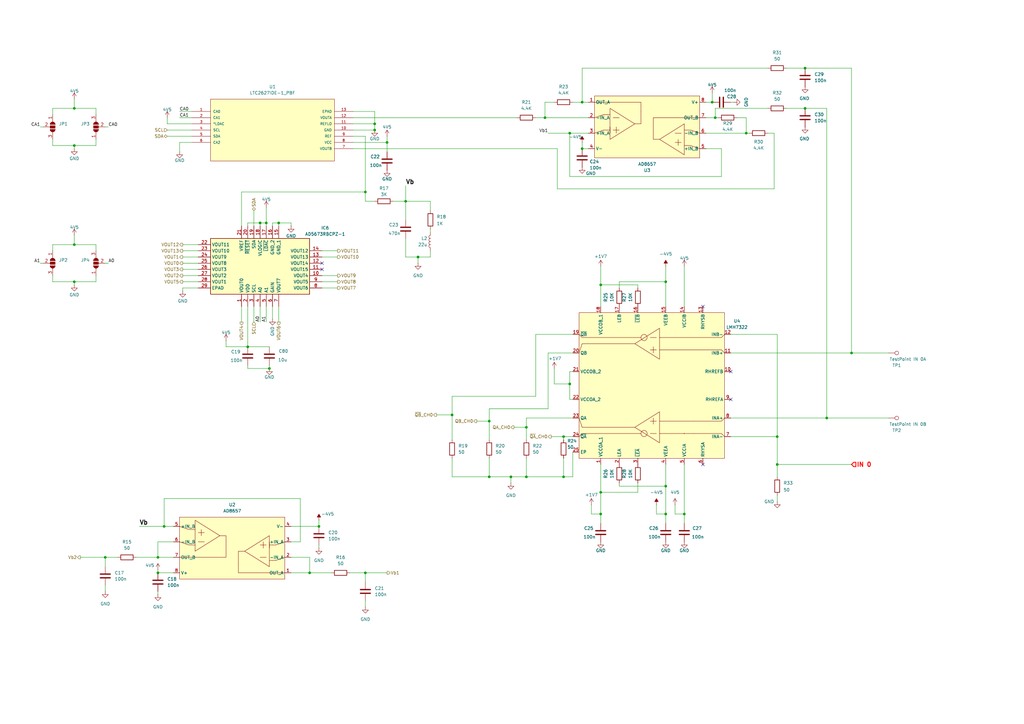
<source format=kicad_sch>
(kicad_sch (version 20231120) (generator "eeschema") (generator_version "8.0")
  (paper "A3")
  (lib_symbols
    (symbol "Connector:TestPoint" (pin_numbers hide) (pin_names (offset 0.762) hide)
      (property "Reference" "TP" (at 0 6.858 0))
      (property "Value" "TestPoint" (at 0 5.08 0))
      (symbol "TestPoint_1_1"
        (pin passive line (at 0 0 90) (length 2.54) (name "1") (number "1"))
      )
    )
    (symbol "Device:C" (pin_numbers hide) (pin_names (offset 0.254))
      (property "Reference" "C" (at 0.635 2.54 0))
      (property "Value" "C" (at 0.635 -2.54 0))
      (symbol "C_1_1"
        (pin passive line (at 0 3.81 270) (length 2.794) (name "~") (number "1"))
        (pin passive line (at 0 -3.81 90) (length 2.794) (name "~") (number "2"))
      )
    )
    (symbol "Device:L" (pin_numbers hide) (pin_names (offset 1.016) hide)
      (property "Reference" "L" (at -1.27 0 90))
      (property "Value" "L" (at 1.905 0 90))
      (symbol "L_1_1"
        (pin passive line (at 0 3.81 270) (length 1.27) (name "1") (number "1"))
        (pin passive line (at 0 -3.81 90) (length 1.27) (name "2") (number "2"))
      )
    )
    (symbol "Device:R" (pin_numbers hide) (pin_names (offset 0))
      (property "Reference" "R" (at 2.032 0 90))
      (property "Value" "R" (at 0 0 90))
      (symbol "R_1_1"
        (pin passive line (at 0 3.81 270) (length 1.27) (name "~") (number "1"))
        (pin passive line (at 0 -3.81 90) (length 1.27) (name "~") (number "2"))
      )
    )
    (symbol "Jumper:SolderJumper_3_Open" (pin_names (offset 0) hide) (exclude_from_sim yes) (in_bom no)
      (property "Reference" "JP" (at -2.54 -2.54 0))
      (property "Value" "SolderJumper_3_Open" (at 0 2.794 0))
      (symbol "SolderJumper_3_Open_1_1"
        (pin passive line (at -5.08 0 0) (length 2.54) (name "A") (number "1"))
        (pin passive line (at 0 -3.81 90) (length 2.54) (name "C") (number "2"))
        (pin passive line (at 5.08 0 180) (length 2.54) (name "B") (number "3"))
      )
    )
    (symbol "LTC2627IDE-1_PBF:LTC2627IDE-1_PBF" (pin_names (offset 1.016))
      (property "Reference" "U" (at 28.2956 9.1186 0))
      (property "Value" "LTC2627IDE-1_PBF" (at 27.6606 6.5786 0))
      (symbol "LTC2627IDE-1_PBF_0_0"
        (pin passive line (at 0 0 0) (length 7.62) (name "CA0") (number "1"))
        (pin power_in line (at 66.04 -7.62 180) (length 7.62) (name "GND") (number "10"))
        (pin passive line (at 66.04 -5.08 180) (length 7.62) (name "REFLO") (number "11"))
        (pin output line (at 66.04 -2.54 180) (length 7.62) (name "VOUTA") (number "12"))
        (pin passive line (at 66.04 0 180) (length 7.62) (name "EPAD") (number "13"))
        (pin passive line (at 0 -2.54 0) (length 7.62) (name "CA1") (number "2"))
        (pin input line (at 0 -5.08 0) (length 7.62) (name "*LDAC") (number "3"))
        (pin input line (at 0 -7.62 0) (length 7.62) (name "SCL") (number "4"))
        (pin bidirectional line (at 0 -10.16 0) (length 7.62) (name "SDA") (number "5"))
        (pin passive line (at 0 -12.7 0) (length 7.62) (name "CA2") (number "6"))
        (pin output line (at 66.04 -15.24 180) (length 7.62) (name "VOUTB") (number "7"))
        (pin power_in line (at 66.04 -12.7 180) (length 7.62) (name "VCC") (number "8"))
        (pin input line (at 66.04 -10.16 180) (length 7.62) (name "REF") (number "9"))
      )
    )
    (symbol "SamacSys_Parts:AD5673RBCPZ-1"
      (property "Reference" "IC" (at 29.21 17.78 0))
      (property "Value" "AD5673RBCPZ-1" (at 29.21 15.24 0))
      (symbol "AD5673RBCPZ-1_1_1"
        (pin output line (at 0 0 0) (length 5.08) (name "VOUT0") (number "1"))
        (pin output line (at 12.7 -33.02 90) (length 5.08) (name "VOUT4") (number "10"))
        (pin output line (at 15.24 -33.02 90) (length 5.08) (name "VOUT15") (number "11"))
        (pin output line (at 17.78 -33.02 90) (length 5.08) (name "VOUT14") (number "12"))
        (pin output line (at 20.32 -33.02 90) (length 5.08) (name "VOUT13") (number "13"))
        (pin passive line (at 22.86 -33.02 90) (length 5.08) (name "VOUT12") (number "14"))
        (pin power_in line (at 33.02 -15.24 180) (length 5.08) (name "GND_1") (number "15"))
        (pin power_in line (at 33.02 -12.7 180) (length 5.08) (name "GND_2") (number "16"))
        (pin input line (at 33.02 -10.16 180) (length 5.08) (name "~{LDAC}") (number "17"))
        (pin power_in line (at 33.02 -7.62 180) (length 5.08) (name "VLOGIC") (number "18"))
        (pin input line (at 33.02 -5.08 180) (length 5.08) (name "SDA") (number "19"))
        (pin power_in line (at 0 -2.54 0) (length 5.08) (name "VDD") (number "2"))
        (pin input line (at 33.02 -2.54 180) (length 5.08) (name "~{RESET}") (number "20"))
        (pin output line (at 33.02 0 180) (length 5.08) (name "VREF") (number "21"))
        (pin output line (at 25.4 17.78 270) (length 5.08) (name "VOUT11") (number "22"))
        (pin output line (at 22.86 17.78 270) (length 5.08) (name "VOUT10") (number "23"))
        (pin output line (at 20.32 17.78 270) (length 5.08) (name "VOUT9") (number "24"))
        (pin output line (at 17.78 17.78 270) (length 5.08) (name "VOUT8") (number "25"))
        (pin output line (at 15.24 17.78 270) (length 5.08) (name "VOUT3") (number "26"))
        (pin output line (at 12.7 17.78 270) (length 5.08) (name "VOUT2") (number "27"))
        (pin output line (at 10.16 17.78 270) (length 5.08) (name "VOUT1") (number "28"))
        (pin passive line (at 7.62 17.78 270) (length 5.08) (name "EPAD") (number "29"))
        (pin input line (at 0 -5.08 0) (length 5.08) (name "SCL") (number "3"))
        (pin input line (at 0 -7.62 0) (length 5.08) (name "A0") (number "4"))
        (pin input line (at 0 -10.16 0) (length 5.08) (name "A1") (number "5"))
        (pin input line (at 0 -12.7 0) (length 5.08) (name "GAIN") (number "6"))
        (pin output line (at 0 -15.24 0) (length 5.08) (name "VOUT7") (number "7"))
        (pin output line (at 7.62 -33.02 90) (length 5.08) (name "VOUT6") (number "8"))
        (pin output line (at 10.16 -33.02 90) (length 5.08) (name "VOUT5") (number "9"))
      )
    )
    (symbol "SolderJumper_3_Open_3" (pin_names (offset 0) hide) (exclude_from_sim yes) (in_bom no)
      (property "Reference" "JP" (at -2.54 -2.54 0))
      (property "Value" "SolderJumper_3_Open" (at 0 2.794 0))
      (symbol "SolderJumper_3_Open_3_1_1"
        (pin passive line (at -5.08 0 0) (length 2.54) (name "A") (number "1"))
        (pin passive line (at 0 -3.81 90) (length 2.54) (name "C") (number "2"))
        (pin passive line (at 5.08 0 180) (length 2.54) (name "B") (number "3"))
      )
    )
    (symbol "power:+1V2" (power) (pin_numbers hide) (pin_names (offset 0) hide)
      (property "Value" "+1V2" (at 0 3.556 0))
      (symbol "+1V2_1_1"
        (pin power_in line (at 0 0 90) (length 0) (name "~") (number "1"))
      )
    )
    (symbol "power:+8V" (power) (pin_numbers hide) (pin_names (offset 0) hide)
      (property "Value" "+8V" (at 0 3.556 0))
      (symbol "+8V_1_1"
        (pin power_in line (at 0 0 90) (length 0) (name "~") (number "1"))
      )
    )
    (symbol "power:-8V" (power) (pin_numbers hide) (pin_names (offset 0) hide)
      (property "Value" "-8V" (at 0 3.556 0))
      (symbol "-8V_0_0"
        (pin power_in line (at 0 0 90) (length 0) (name "~") (number "1"))
      )
    )
    (symbol "power:GND" (power) (pin_numbers hide) (pin_names (offset 0) hide)
      (property "Value" "GND" (at 0 -3.81 0))
      (symbol "GND_1_1"
        (pin power_in line (at 0 0 270) (length 0) (name "~") (number "1"))
      )
    )
    (symbol "prova:AD8657"
      (property "Reference" "U" (at 9.906 3.556 0))
      (property "Value" "AD8657" (at 10.16 5.842 0))
      (symbol "AD8657_1_1"
        (pin output line (at 3.81 30.48 0) (length 2.54) (name "OUT_A") (number "1"))
        (pin input line (at 3.81 24.13 0) (length 2.54) (name "-IN_A") (number "2"))
        (pin input line (at 3.81 17.78 0) (length 2.54) (name "+IN_A") (number "3"))
        (pin input line (at 3.81 11.43 0) (length 2.54) (name "V-") (number "4"))
        (pin input line (at 52.07 11.43 180) (length 2.54) (name "+IN_B") (number "5"))
        (pin input line (at 52.07 17.78 180) (length 2.54) (name "-IN_B") (number "6"))
        (pin input line (at 52.07 24.13 180) (length 2.54) (name "OUT_B") (number "7"))
        (pin input line (at 52.07 30.48 180) (length 2.54) (name "V+") (number "8"))
      )
    )
    (symbol "prova:LMH7322"
      (property "Reference" "U" (at 11.684 8.89 0))
      (property "Value" "LMH7322" (at 20.32 16.51 0))
      (symbol "LMH7322_1_1"
        (pin input line (at -21.59 29.21 0) (length 2.54) (name "VCCOA_1") (number "1"))
        (pin input line (at 16.51 -24.13 90) (length 2.54) (name "RHREFB") (number "10"))
        (pin input line (at 24.13 -24.13 90) (length 2.54) (name "INB+") (number "11"))
        (pin input line (at 31.75 -24.13 90) (length 2.54) (name "INB-") (number "12"))
        (pin input line (at 43.18 -12.7 180) (length 2.54) (name "RHYSB") (number "13"))
        (pin input line (at 43.18 -5.08 180) (length 2.54) (name "VCCIB") (number "14"))
        (pin input line (at 43.18 2.54 180) (length 2.54) (name "VEEB") (number "15"))
        (pin input line (at 43.18 13.97 180) (length 2.54) (name "~{LEB}") (number "16"))
        (pin input line (at 43.18 21.59 180) (length 2.54) (name "LEB") (number "17"))
        (pin input line (at 43.18 29.21 180) (length 2.54) (name "VCCOB_1") (number "18"))
        (pin output line (at 31.75 40.64 270) (length 2.54) (name "~{QB}") (number "19"))
        (pin input line (at -21.59 21.59 0) (length 2.54) (name "LEA") (number "2"))
        (pin output line (at 24.13 40.64 270) (length 2.54) (name "QB") (number "20"))
        (pin input line (at 16.51 40.64 270) (length 2.54) (name "VCCOB_2") (number "21"))
        (pin input line (at 5.08 40.64 270) (length 2.54) (name "VCCOA_2") (number "22"))
        (pin output line (at -2.54 40.64 270) (length 2.54) (name "QA") (number "23"))
        (pin output line (at -10.16 40.64 270) (length 2.54) (name "~{QA}") (number "24"))
        (pin passive line (at -16.51 40.64 270) (length 2.54) (name "EP") (number "25"))
        (pin input line (at -21.59 13.97 0) (length 2.54) (name "~{LEA}") (number "3"))
        (pin input line (at -21.59 2.54 0) (length 2.54) (name "VEEA") (number "4"))
        (pin input line (at -21.59 -5.08 0) (length 2.54) (name "VCCIA") (number "5"))
        (pin input line (at -21.59 -12.7 0) (length 2.54) (name "RHYSA") (number "6"))
        (pin input line (at -10.16 -24.13 90) (length 2.54) (name "INA-") (number "7"))
        (pin input line (at -2.54 -24.13 90) (length 2.54) (name "INA+") (number "8"))
        (pin input line (at 5.08 -24.13 90) (length 2.54) (name "RHREFA") (number "9"))
      )
    )
  )
  (junction (at 67.31 215.9))
  (junction (at 215.9 175.26))
  (junction (at 30.48 44.45))
  (junction (at 349.25 144.78))
  (junction (at 110.49 151.13))
  (junction (at 330.2 27.94))
  (junction (at 233.68 54.61))
  (junction (at 280.67 210.82))
  (junction (at 209.55 195.58))
  (junction (at 43.18 228.6))
  (junction (at 114.3 91.44))
  (junction (at 293.37 48.26))
  (junction (at 318.77 190.5))
  (junction (at 292.1 41.91))
  (junction (at 215.9 195.58))
  (junction (at 231.14 195.58))
  (junction (at 166.37 82.55))
  (junction (at 233.68 157.48))
  (junction (at 101.6 142.24))
  (junction (at 273.05 199.39))
  (junction (at 246.38 201.93))
  (junction (at 127 234.95))
  (junction (at 223.52 48.26))
  (junction (at 185.42 170.18))
  (junction (at 238.76 60.96))
  (junction (at 339.09 171.45))
  (junction (at 130.81 215.9))
  (junction (at 246.38 116.84))
  (junction (at 200.66 172.72))
  (junction (at 106.68 91.44))
  (junction (at 30.48 115.57))
  (junction (at 330.2 44.45))
  (junction (at 153.67 50.8))
  (junction (at 30.48 100.33))
  (junction (at 64.77 228.6))
  (junction (at 149.86 234.95))
  (junction (at 64.77 234.95))
  (junction (at 246.38 210.82))
  (junction (at 149.86 78.74))
  (junction (at 153.67 53.34))
  (junction (at 273.05 115.57))
  (junction (at 273.05 210.82))
  (junction (at 109.22 91.44))
  (junction (at 231.14 179.07))
  (junction (at 238.76 41.91))
  (junction (at 30.48 59.69))
  (junction (at 171.45 105.41))
  (junction (at 306.07 54.61))
  (junction (at 158.75 58.42))
  (junction (at 318.77 179.07))
  (junction (at 200.66 195.58))
  (no_connect (at 132.08 110.49))
  (no_connect (at 132.08 107.95))
  (no_connect (at 299.72 152.4))
  (no_connect (at 299.72 163.83))
  (no_connect (at 288.29 190.5))
  (no_connect (at 288.29 125.73))
  (wire (pts (xy 280.67 190.5) (xy 280.67 210.82)))
  (wire (pts (xy 106.68 125.73) (xy 106.68 132.08)))
  (wire (pts (xy 30.48 44.45) (xy 39.37 44.45)))
  (wire (pts (xy 109.22 125.73) (xy 109.22 132.08)))
  (wire (pts (xy 73.66 48.26) (xy 78.74 48.26)))
  (wire (pts (xy 318.77 190.5) (xy 318.77 195.58)))
  (wire (pts (xy 273.05 210.82) (xy 273.05 214.63)))
  (wire (pts (xy 153.67 50.8) (xy 153.67 53.34)))
  (wire (pts (xy 238.76 58.42) (xy 238.76 60.96)))
  (wire (pts (xy 215.9 175.26) (xy 215.9 180.34)))
  (wire (pts (xy 322.58 27.94) (xy 330.2 27.94)))
  (wire (pts (xy 200.66 167.64) (xy 224.79 167.64)))
  (wire (pts (xy 318.77 137.16) (xy 299.72 137.16)))
  (wire (pts (xy 246.38 210.82) (xy 242.57 210.82)))
  (wire (pts (xy 158.75 55.88) (xy 158.75 58.42)))
  (wire (pts (xy 241.3 60.96) (xy 238.76 60.96)))
  (wire (pts (xy 101.6 151.13) (xy 110.49 151.13)))
  (wire (pts (xy 176.53 82.55) (xy 176.53 86.36)))
  (wire (pts (xy 101.6 91.44) (xy 106.68 91.44)))
  (wire (pts (xy 176.53 105.41) (xy 171.45 105.41)))
  (wire (pts (xy 153.67 45.72) (xy 153.67 50.8)))
  (wire (pts (xy 111.76 125.73) (xy 111.76 130.81)))
  (wire (pts (xy 289.56 54.61) (xy 306.07 54.61)))
  (wire (pts (xy 273.05 115.57) (xy 273.05 125.73)))
  (wire (pts (xy 123.19 204.47) (xy 67.31 204.47)))
  (wire (pts (xy 215.9 175.26) (xy 210.82 175.26)))
  (wire (pts (xy 149.86 55.88) (xy 149.86 78.74)))
  (wire (pts (xy 74.93 110.49) (xy 81.28 110.49)))
  (wire (pts (xy 273.05 199.39) (xy 273.05 210.82)))
  (wire (pts (xy 104.14 125.73) (xy 104.14 132.08)))
  (wire (pts (xy 228.6 60.96) (xy 228.6 77.47)))
  (wire (pts (xy 64.77 222.25) (xy 64.77 228.6)))
  (wire (pts (xy 254 115.57) (xy 254 118.11)))
  (wire (pts (xy 223.52 48.26) (xy 241.3 48.26)))
  (wire (pts (xy 246.38 116.84) (xy 246.38 125.73)))
  (wire (pts (xy 149.86 78.74) (xy 149.86 82.55)))
  (wire (pts (xy 44.45 52.07) (xy 43.18 52.07)))
  (wire (pts (xy 110.49 149.86) (xy 110.49 151.13)))
  (wire (pts (xy 149.86 234.95) (xy 149.86 238.76)))
  (wire (pts (xy 209.55 195.58) (xy 215.9 195.58)))
  (wire (pts (xy 234.95 195.58) (xy 231.14 195.58)))
  (wire (pts (xy 179.07 170.18) (xy 185.42 170.18)))
  (wire (pts (xy 299.72 179.07) (xy 318.77 179.07)))
  (wire (pts (xy 306.07 48.26) (xy 306.07 54.61)))
  (wire (pts (xy 21.59 44.45) (xy 30.48 44.45)))
  (wire (pts (xy 149.86 55.88) (xy 144.78 55.88)))
  (wire (pts (xy 293.37 44.45) (xy 314.96 44.45)))
  (wire (pts (xy 227.33 157.48) (xy 233.68 157.48)))
  (wire (pts (xy 185.42 162.56) (xy 185.42 170.18)))
  (wire (pts (xy 318.77 203.2) (xy 318.77 205.74)))
  (wire (pts (xy 242.57 210.82) (xy 242.57 207.01)))
  (wire (pts (xy 68.58 50.8) (xy 78.74 50.8)))
  (wire (pts (xy 43.18 240.03) (xy 43.18 242.57)))
  (wire (pts (xy 74.93 113.03) (xy 81.28 113.03)))
  (wire (pts (xy 293.37 48.26) (xy 293.37 44.45)))
  (wire (pts (xy 246.38 109.22) (xy 246.38 116.84)))
  (wire (pts (xy 149.86 234.95) (xy 158.75 234.95)))
  (wire (pts (xy 144.78 58.42) (xy 158.75 58.42)))
  (wire (pts (xy 293.37 48.26) (xy 294.64 48.26)))
  (wire (pts (xy 101.6 142.24) (xy 110.49 142.24)))
  (wire (pts (xy 224.79 144.78) (xy 234.95 144.78)))
  (wire (pts (xy 127 228.6) (xy 127 234.95)))
  (wire (pts (xy 238.76 27.94) (xy 238.76 41.91)))
  (wire (pts (xy 114.3 132.08) (xy 114.3 125.73)))
  (wire (pts (xy 21.59 59.69) (xy 30.48 59.69)))
  (wire (pts (xy 74.93 118.11) (xy 74.93 119.38)))
  (wire (pts (xy 215.9 187.96) (xy 215.9 195.58)))
  (wire (pts (xy 295.91 72.39) (xy 233.68 72.39)))
  (wire (pts (xy 119.38 222.25) (xy 123.19 222.25)))
  (wire (pts (xy 273.05 109.22) (xy 273.05 115.57)))
  (wire (pts (xy 166.37 82.55) (xy 176.53 82.55)))
  (wire (pts (xy 349.25 144.78) (xy 299.72 144.78)))
  (wire (pts (xy 99.06 78.74) (xy 99.06 92.71)))
  (wire (pts (xy 209.55 195.58) (xy 209.55 198.12)))
  (wire (pts (xy 200.66 167.64) (xy 200.66 172.72)))
  (wire (pts (xy 21.59 44.45) (xy 21.59 46.99)))
  (wire (pts (xy 234.95 163.83) (xy 233.68 163.83)))
  (wire (pts (xy 130.81 223.52) (xy 130.81 224.79)))
  (wire (pts (xy 73.66 58.42) (xy 78.74 58.42)))
  (wire (pts (xy 280.67 109.22) (xy 280.67 125.73)))
  (wire (pts (xy 64.77 234.95) (xy 71.12 234.95)))
  (wire (pts (xy 234.95 185.42) (xy 234.95 195.58)))
  (wire (pts (xy 114.3 91.44) (xy 119.38 91.44)))
  (wire (pts (xy 39.37 113.03) (xy 39.37 115.57)))
  (wire (pts (xy 166.37 97.79) (xy 166.37 105.41)))
  (wire (pts (xy 39.37 46.99) (xy 39.37 44.45)))
  (wire (pts (xy 135.89 234.95) (xy 127 234.95)))
  (wire (pts (xy 21.59 100.33) (xy 30.48 100.33)))
  (wire (pts (xy 246.38 210.82) (xy 246.38 214.63)))
  (wire (pts (xy 233.68 157.48) (xy 233.68 152.4)))
  (wire (pts (xy 224.79 54.61) (xy 233.68 54.61)))
  (wire (pts (xy 101.6 142.24) (xy 92.71 142.24)))
  (wire (pts (xy 30.48 115.57) (xy 30.48 116.84)))
  (wire (pts (xy 16.51 52.07) (xy 17.78 52.07)))
  (wire (pts (xy 306.07 54.61) (xy 307.34 54.61)))
  (wire (pts (xy 71.12 222.25) (xy 64.77 222.25)))
  (wire (pts (xy 143.51 234.95) (xy 149.86 234.95)))
  (wire (pts (xy 185.42 187.96) (xy 185.42 195.58)))
  (wire (pts (xy 233.68 152.4) (xy 234.95 152.4)))
  (wire (pts (xy 67.31 204.47) (xy 67.31 215.9)))
  (wire (pts (xy 318.77 179.07) (xy 318.77 137.16)))
  (wire (pts (xy 339.09 44.45) (xy 339.09 171.45)))
  (wire (pts (xy 30.48 96.52) (xy 30.48 100.33)))
  (wire (pts (xy 215.9 195.58) (xy 231.14 195.58)))
  (wire (pts (xy 30.48 59.69) (xy 30.48 60.96)))
  (wire (pts (xy 171.45 105.41) (xy 171.45 107.95)))
  (wire (pts (xy 246.38 190.5) (xy 246.38 201.93)))
  (wire (pts (xy 64.77 242.57) (xy 64.77 243.84)))
  (wire (pts (xy 289.56 48.26) (xy 293.37 48.26)))
  (wire (pts (xy 99.06 132.08) (xy 99.06 125.73)))
  (wire (pts (xy 132.08 102.87) (xy 138.43 102.87)))
  (wire (pts (xy 185.42 162.56) (xy 219.71 162.56)))
  (wire (pts (xy 109.22 92.71) (xy 109.22 91.44)))
  (wire (pts (xy 130.81 213.36) (xy 130.81 215.9)))
  (wire (pts (xy 99.06 78.74) (xy 149.86 78.74)))
  (wire (pts (xy 322.58 44.45) (xy 330.2 44.45)))
  (wire (pts (xy 233.68 72.39) (xy 233.68 54.61)))
  (wire (pts (xy 119.38 92.71) (xy 119.38 91.44)))
  (wire (pts (xy 132.08 115.57) (xy 138.43 115.57)))
  (wire (pts (xy 30.48 100.33) (xy 39.37 100.33)))
  (wire (pts (xy 158.75 58.42) (xy 158.75 62.23)))
  (wire (pts (xy 33.02 228.6) (xy 43.18 228.6)))
  (wire (pts (xy 289.56 60.96) (xy 295.91 60.96)))
  (wire (pts (xy 111.76 91.44) (xy 111.76 92.71)))
  (wire (pts (xy 231.14 179.07) (xy 234.95 179.07)))
  (wire (pts (xy 43.18 228.6) (xy 48.26 228.6)))
  (wire (pts (xy 185.42 195.58) (xy 200.66 195.58)))
  (wire (pts (xy 273.05 190.5) (xy 273.05 199.39)))
  (wire (pts (xy 119.38 228.6) (xy 127 228.6)))
  (wire (pts (xy 119.38 215.9) (xy 130.81 215.9)))
  (wire (pts (xy 74.93 107.95) (xy 81.28 107.95)))
  (wire (pts (xy 92.71 139.7) (xy 92.71 142.24)))
  (wire (pts (xy 43.18 228.6) (xy 43.18 232.41)))
  (wire (pts (xy 149.86 246.38) (xy 149.86 248.92)))
  (wire (pts (xy 318.77 190.5) (xy 349.25 190.5)))
  (wire (pts (xy 68.58 53.34) (xy 78.74 53.34)))
  (wire (pts (xy 106.68 91.44) (xy 106.68 92.71)))
  (wire (pts (xy 119.38 234.95) (xy 127 234.95)))
  (wire (pts (xy 231.14 179.07) (xy 231.14 180.34)))
  (wire (pts (xy 234.95 41.91) (xy 238.76 41.91)))
  (wire (pts (xy 132.08 105.41) (xy 138.43 105.41)))
  (wire (pts (xy 339.09 44.45) (xy 330.2 44.45)))
  (wire (pts (xy 16.51 107.95) (xy 17.78 107.95)))
  (wire (pts (xy 317.5 77.47) (xy 317.5 54.61)))
  (wire (pts (xy 302.26 48.26) (xy 306.07 48.26)))
  (wire (pts (xy 339.09 171.45) (xy 364.49 171.45)))
  (wire (pts (xy 39.37 57.15) (xy 39.37 59.69)))
  (wire (pts (xy 132.08 113.03) (xy 138.43 113.03)))
  (wire (pts (xy 299.72 41.91) (xy 300.99 41.91)))
  (wire (pts (xy 101.6 151.13) (xy 101.6 149.86)))
  (wire (pts (xy 261.62 116.84) (xy 246.38 116.84)))
  (wire (pts (xy 231.14 187.96) (xy 231.14 195.58)))
  (wire (pts (xy 234.95 171.45) (xy 215.9 171.45)))
  (wire (pts (xy 219.71 48.26) (xy 223.52 48.26)))
  (wire (pts (xy 68.58 48.26) (xy 68.58 50.8)))
  (wire (pts (xy 292.1 41.91) (xy 292.1 38.1)))
  (wire (pts (xy 55.88 228.6) (xy 64.77 228.6)))
  (wire (pts (xy 176.53 93.98) (xy 176.53 95.25)))
  (wire (pts (xy 30.48 59.69) (xy 39.37 59.69)))
  (wire (pts (xy 314.96 54.61) (xy 317.5 54.61)))
  (wire (pts (xy 185.42 170.18) (xy 185.42 180.34)))
  (wire (pts (xy 30.48 40.64) (xy 30.48 44.45)))
  (wire (pts (xy 200.66 187.96) (xy 200.66 195.58)))
  (wire (pts (xy 21.59 57.15) (xy 21.59 59.69)))
  (wire (pts (xy 295.91 60.96) (xy 295.91 72.39)))
  (wire (pts (xy 166.37 82.55) (xy 166.37 90.17)))
  (wire (pts (xy 200.66 172.72) (xy 200.66 180.34)))
  (wire (pts (xy 223.52 41.91) (xy 227.33 41.91)))
  (wire (pts (xy 219.71 162.56) (xy 219.71 137.16)))
  (wire (pts (xy 21.59 115.57) (xy 30.48 115.57)))
  (wire (pts (xy 261.62 201.93) (xy 246.38 201.93)))
  (wire (pts (xy 289.56 41.91) (xy 292.1 41.91)))
  (wire (pts (xy 68.58 55.88) (xy 78.74 55.88)))
  (wire (pts (xy 111.76 91.44) (xy 114.3 91.44)))
  (wire (pts (xy 269.24 207.01) (xy 269.24 210.82)))
  (wire (pts (xy 73.66 45.72) (xy 78.74 45.72)))
  (wire (pts (xy 166.37 76.2) (xy 166.37 82.55)))
  (wire (pts (xy 74.93 105.41) (xy 81.28 105.41)))
  (wire (pts (xy 149.86 82.55) (xy 153.67 82.55)))
  (wire (pts (xy 233.68 54.61) (xy 241.3 54.61)))
  (wire (pts (xy 246.38 201.93) (xy 246.38 210.82)))
  (wire (pts (xy 280.67 210.82) (xy 280.67 214.63)))
  (wire (pts (xy 200.66 195.58) (xy 209.55 195.58)))
  (wire (pts (xy 114.3 91.44) (xy 114.3 92.71)))
  (wire (pts (xy 123.19 222.25) (xy 123.19 204.47)))
  (wire (pts (xy 254 115.57) (xy 273.05 115.57)))
  (wire (pts (xy 74.93 118.11) (xy 81.28 118.11)))
  (wire (pts (xy 280.67 210.82) (xy 276.86 210.82)))
  (wire (pts (xy 254 199.39) (xy 273.05 199.39)))
  (wire (pts (xy 64.77 228.6) (xy 71.12 228.6)))
  (wire (pts (xy 67.31 215.9) (xy 71.12 215.9)))
  (wire (pts (xy 166.37 105.41) (xy 171.45 105.41)))
  (wire (pts (xy 349.25 144.78) (xy 364.49 144.78)))
  (wire (pts (xy 64.77 233.68) (xy 64.77 234.95)))
  (wire (pts (xy 227.33 151.13) (xy 227.33 157.48)))
  (wire (pts (xy 339.09 171.45) (xy 299.72 171.45)))
  (wire (pts (xy 144.78 50.8) (xy 153.67 50.8)))
  (wire (pts (xy 57.15 215.9) (xy 67.31 215.9)))
  (wire (pts (xy 233.68 163.83) (xy 233.68 157.48)))
  (wire (pts (xy 104.14 86.36) (xy 104.14 92.71)))
  (wire (pts (xy 219.71 137.16) (xy 234.95 137.16)))
  (wire (pts (xy 273.05 210.82) (xy 269.24 210.82)))
  (wire (pts (xy 74.93 115.57) (xy 81.28 115.57)))
  (wire (pts (xy 73.66 58.42) (xy 73.66 62.23)))
  (wire (pts (xy 261.62 198.12) (xy 261.62 201.93)))
  (wire (pts (xy 144.78 48.26) (xy 212.09 48.26)))
  (wire (pts (xy 254 198.12) (xy 254 199.39)))
  (wire (pts (xy 176.53 102.87) (xy 176.53 105.41)))
  (wire (pts (xy 101.6 91.44) (xy 101.6 92.71)))
  (wire (pts (xy 318.77 179.07) (xy 318.77 190.5)))
  (wire (pts (xy 195.58 172.72) (xy 200.66 172.72)))
  (wire (pts (xy 161.29 82.55) (xy 166.37 82.55)))
  (wire (pts (xy 144.78 60.96) (xy 228.6 60.96)))
  (wire (pts (xy 223.52 48.26) (xy 223.52 41.91)))
  (wire (pts (xy 349.25 27.94) (xy 349.25 144.78)))
  (wire (pts (xy 39.37 102.87) (xy 39.37 100.33)))
  (wire (pts (xy 215.9 171.45) (xy 215.9 175.26)))
  (wire (pts (xy 132.08 118.11) (xy 138.43 118.11)))
  (wire (pts (xy 238.76 41.91) (xy 241.3 41.91)))
  (wire (pts (xy 21.59 113.03) (xy 21.59 115.57)))
  (wire (pts (xy 144.78 45.72) (xy 153.67 45.72)))
  (wire (pts (xy 238.76 27.94) (xy 314.96 27.94)))
  (wire (pts (xy 106.68 91.44) (xy 109.22 91.44)))
  (wire (pts (xy 30.48 115.57) (xy 39.37 115.57)))
  (wire (pts (xy 109.22 85.09) (xy 109.22 91.44)))
  (wire (pts (xy 44.45 107.95) (xy 43.18 107.95)))
  (wire (pts (xy 261.62 118.11) (xy 261.62 116.84)))
  (wire (pts (xy 144.78 53.34) (xy 153.67 53.34)))
  (wire (pts (xy 226.06 179.07) (xy 231.14 179.07)))
  (wire (pts (xy 101.6 125.73) (xy 101.6 142.24)))
  (wire (pts (xy 74.93 102.87) (xy 81.28 102.87)))
  (wire (pts (xy 228.6 77.47) (xy 317.5 77.47)))
  (wire (pts (xy 74.93 100.33) (xy 81.28 100.33)))
  (wire (pts (xy 276.86 207.01) (xy 276.86 210.82)))
  (wire (pts (xy 224.79 167.64) (xy 224.79 144.78)))
  (wire (pts (xy 349.25 27.94) (xy 330.2 27.94)))
  (wire (pts (xy 21.59 100.33) (xy 21.59 102.87)))
  (label "A1" (at 109.22 132.08 90))
  (label "CA0" (at 44.45 52.07 0))
  (label "CA0" (at 73.66 45.72 0))
  (label "A0" (at 106.68 132.08 90))
  (label "CA1" (at 16.51 52.07 180))
  (label "A1" (at 16.51 107.95 180))
  (label "Vb1" (at 224.79 54.61 180))
  (label "CA1" (at 73.66 48.26 0))
  (label "Vb" (at 166.37 76.2 0) (effects (font (size 1.778 1.778) (thickness 0.3556) (bold yes))))
  (label "A0" (at 44.45 107.95 0))
  (label "Vb" (at 57.15 215.9 0) (effects (font (size 1.778 1.778) (thickness 0.3556) (bold yes))))
  (hierarchical_label "VOUT11" (shape output) (at 138.43 102.87 0))
  (hierarchical_label "Vb2" (shape output) (at 33.02 228.6 180))
  (hierarchical_label "VOUT5" (shape output) (at 74.93 115.57 180))
  (hierarchical_label "IN 0" (shape input) (at 349.25 190.5 0) (effects (font (size 1.778 1.778) (thickness 0.3556) (bold yes))))
  (hierarchical_label "~{QA}_CH0" (shape output) (at 226.06 179.07 180))
  (hierarchical_label "VOUT6" (shape output) (at 114.3 132.08 270))
  (hierarchical_label "SCL" (shape input) (at 104.14 132.08 270) (effects (font (thickness 0.1588))))
  (hierarchical_label "VOUT12" (shape output) (at 74.93 100.33 180))
  (hierarchical_label "Vb1" (shape output) (at 158.75 234.95 0))
  (hierarchical_label "SCL" (shape input) (at 68.58 53.34 180))
  (hierarchical_label "VOUT9" (shape output) (at 138.43 113.03 0))
  (hierarchical_label "VOUT4" (shape output) (at 99.06 132.08 270))
  (hierarchical_label "VOUT8" (shape output) (at 138.43 115.57 0))
  (hierarchical_label "VOUT13" (shape output) (at 74.93 102.87 180))
  (hierarchical_label "VOUT0" (shape output) (at 74.93 107.95 180))
  (hierarchical_label "VOUT7" (shape output) (at 138.43 118.11 0))
  (hierarchical_label "QB_CH0" (shape output) (at 195.58 172.72 180))
  (hierarchical_label "SDA" (shape bidirectional) (at 68.58 55.88 180))
  (hierarchical_label "VOUT3" (shape output) (at 74.93 110.49 180))
  (hierarchical_label "VOUT1" (shape output) (at 74.93 105.41 180))
  (hierarchical_label "SDA" (shape bidirectional) (at 104.14 86.36 90) (effects (font (thickness 0.1588))))
  (hierarchical_label "VOUT2" (shape output) (at 74.93 113.03 180))
  (hierarchical_label "~{QB}_CH0" (shape output) (at 179.07 170.18 180))
  (hierarchical_label "VOUT10" (shape output) (at 138.43 105.41 0))
  (hierarchical_label "QA_CH0" (shape output) (at 210.82 175.26 180))
  (symbol (lib_id "power:+8V") (at 292.1 38.1 0) (unit 1)
    (property "Reference" "#PWR062" (effects (hide yes)))
    (property "Value" "4V5" (at 292.1 34.798 0))
    (property "Description" "Power symbol creates a global label with name \"+8V\"" (effects (hide yes)))
  )
  (symbol (lib_id "Device:R") (at 254 194.31 180) (unit 1)
    (property "Reference" "R26" (at 248.412 194.31 90))
    (property "Value" "10K" (at 250.952 194.31 90))
    (property "Footprint" "Resistor_SMD:R_0603_1608Metric_Pad0.98x0.95mm_HandSolder" (effects (hide yes)))
    (property "Description" "Resistor" (effects (hide yes)))
  )
  (symbol (lib_id "power:+8V") (at 30.48 96.52 0) (unit 1)
    (property "Reference" "#PWR029" (effects (hide yes)))
    (property "Value" "4V5" (at 30.48 93.218 0))
    (property "Description" "Power symbol creates a global label with name \"+8V\"" (effects (hide yes)))
  )
  (symbol (lib_id "Device:R") (at 157.48 82.55 90) (unit 1)
    (property "Reference" "R17" (at 157.48 77.216 90))
    (property "Value" "3K" (at 157.48 79.756 90))
    (property "Footprint" "Resistor_SMD:R_0603_1608Metric_Pad0.98x0.95mm_HandSolder" (effects (hide yes)))
    (property "Description" "Resistor" (effects (hide yes)))
  )
  (symbol (lib_id "power:GND") (at 30.48 60.96 0) (unit 1)
    (property "Reference" "#PWR028" (effects (hide yes)))
    (property "Value" "GND" (at 30.48 65.024 0))
    (property "Description" "Power symbol creates a global label with name \"GND\" , ground" (effects (hide yes)))
  )
  (symbol (lib_id "Device:R") (at 318.77 199.39 180) (unit 1)
    (property "Reference" "R33" (at 321.31 198.1199 0) (effects (justify right)))
    (property "Value" "50" (at 321.31 200.914 0) (effects (justify right)))
    (property "Footprint" "Resistor_SMD:R_0603_1608Metric_Pad0.98x0.95mm_HandSolder" (effects (hide yes)))
    (property "Description" "Resistor" (effects (hide yes)))
  )
  (symbol (lib_id "power:GND") (at 73.66 62.23 0) (unit 1)
    (property "Reference" "#PWR035" (effects (hide yes)))
    (property "Value" "GND" (at 73.66 65.786 0))
    (property "Description" "Power symbol creates a global label with name \"GND\" , ground" (effects (hide yes)))
  )
  (symbol (lib_id "power:GND") (at 64.77 243.84 0) (unit 1)
    (property "Reference" "#PWR033" (effects (hide yes)))
    (property "Value" "GND" (at 64.77 248.92 0))
    (property "Description" "Power symbol creates a global label with name \"GND\" , ground" (effects (hide yes)))
  )
  (symbol (lib_id "Device:C") (at 330.2 48.26 0) (unit 1)
    (property "Reference" "C30" (at 334.01 46.9899 0) (effects (justify left)))
    (property "Value" "100n" (at 334.01 49.5299 0) (effects (justify left)))
    (property "Footprint" "Capacitor_SMD:C_0603_1608Metric_Pad1.08x0.95mm_HandSolder" (effects (hide yes)))
    (property "Description" "Unpolarized capacitor" (effects (hide yes)))
  )
  (symbol (lib_id "Jumper:SolderJumper_3_Open") (at 21.59 107.95 270) (unit 1) (exclude_from_sim yes) (in_bom no)
    (property "Reference" "JP2" (at 24.13 106.6799 90) (effects (justify left)))
    (property "Value" "SolderJumper_3_Open" (effects (hide yes)))
    (property "Footprint" "Jumper:SolderJumper-3_P1.3mm_Open_RoundedPad1.0x1.5mm_NumberLabels" (effects (hide yes)))
    (property "Description" "Solder Jumper, 3-pole, open" (effects (hide yes)))
  )
  (symbol (lib_id "power:GND") (at 300.99 41.91 90) (unit 1)
    (property "Reference" "#PWR063" (effects (hide yes)))
    (property "Value" "GND" (at 306.07 41.91 0))
    (property "Description" "Power symbol creates a global label with name \"GND\" , ground" (effects (hide yes)))
  )
  (symbol (lib_id "power:+8V") (at 68.58 48.26 0) (unit 1)
    (property "Reference" "#PWR034" (effects (hide yes)))
    (property "Value" "4V5" (at 68.58 44.958 0))
    (property "Description" "Power symbol creates a global label with name \"+8V\"" (effects (hide yes)))
  )
  (symbol (lib_id "power:GND") (at 171.45 107.95 0) (unit 1)
    (property "Reference" "#PWR048" (effects (hide yes)))
    (property "Value" "GND" (at 171.45 113.03 0))
    (property "Description" "Power symbol creates a global label with name \"GND\" , ground" (effects (hide yes)))
  )
  (symbol (lib_id "power:GND") (at 74.93 119.38 0) (unit 1)
    (property "Reference" "#PWR036" (effects (hide yes)))
    (property "Value" "GND" (at 74.93 123.444 0))
    (property "Description" "Power symbol creates a global label with name \"GND\" , ground" (effects (hide yes)))
  )
  (symbol (lib_id "power:-8V") (at 269.24 207.01 0) (unit 1)
    (property "Reference" "#PWR056" (effects (hide yes)))
    (property "Value" "-4V5" (at 269.24 201.93 0))
    (property "Description" "Power symbol creates a global label with name \"-8V\"" (effects (hide yes)))
  )
  (symbol (lib_id "power:+1V2") (at 246.38 109.22 0) (unit 1)
    (property "Reference" "#PWR054" (effects (hide yes)))
    (property "Value" "+1V7" (at 246.38 105.156 0))
    (property "Description" "Power symbol creates a global label with name \"+1V2\"" (effects (hide yes)))
  )
  (symbol (lib_id "Device:R") (at 311.15 54.61 90) (unit 1)
    (property "Reference" "R30" (at 311.15 58.166 90))
    (property "Value" "4.4K" (at 311.15 60.706 90))
    (property "Footprint" "Resistor_SMD:R_0603_1608Metric_Pad0.98x0.95mm_HandSolder" (effects (hide yes)))
    (property "Description" "Resistor" (effects (hide yes)))
  )
  (symbol (lib_id "power:GND") (at 330.2 35.56 0) (unit 1)
    (property "Reference" "#PWR065" (effects (hide yes)))
    (property "Value" "GND" (at 329.946 40.386 0))
    (property "Description" "Power symbol creates a global label with name \"GND\" , ground" (effects (hide yes)))
  )
  (symbol (lib_id "power:GND") (at 130.81 224.79 0) (unit 1)
    (property "Reference" "#PWR043" (effects (hide yes)))
    (property "Value" "GND" (at 130.81 229.87 0))
    (property "Description" "Power symbol creates a global label with name \"GND\" , ground" (effects (hide yes)))
  )
  (symbol (lib_id "Device:R") (at 261.62 121.92 180) (unit 1)
    (property "Reference" "R27" (at 256.032 121.92 90))
    (property "Value" "10K" (at 258.572 121.92 90))
    (property "Footprint" "Resistor_SMD:R_0603_1608Metric_Pad0.98x0.95mm_HandSolder" (effects (hide yes)))
    (property "Description" "Resistor" (effects (hide yes)))
  )
  (symbol (lib_id "Device:R") (at 52.07 228.6 90) (unit 1)
    (property "Reference" "R15" (at 52.07 222.25 90))
    (property "Value" "50" (at 52.07 224.79 90))
    (property "Footprint" "Resistor_SMD:R_0603_1608Metric_Pad0.98x0.95mm_HandSolder" (effects (hide yes)))
    (property "Description" "Resistor" (effects (hide yes)))
  )
  (symbol (lib_id "Device:C") (at 166.37 93.98 0) (unit 1)
    (property "Reference" "C23" (at 159.512 92.202 0) (effects (justify left)))
    (property "Value" "470n" (at 159.258 95.758 0) (effects (justify left)))
    (property "Footprint" "Capacitor_SMD:C_0603_1608Metric_Pad1.08x0.95mm_HandSolder" (effects (hide yes)))
    (property "Description" "Unpolarized capacitor" (effects (hide yes)))
  )
  (symbol (lib_id "power:GND") (at 119.38 92.71 0) (unit 1)
    (property "Reference" "#PWR041" (effects (hide yes)))
    (property "Value" "GND" (at 119.38 96.774 0))
    (property "Description" "Power symbol creates a global label with name \"GND\" , ground" (effects (hide yes)))
  )
  (symbol (lib_id "power:GND") (at 110.49 151.13 0) (unit 1)
    (property "Reference" "#PWR038" (effects (hide yes)))
    (property "Value" "GND" (at 110.49 154.686 0))
    (property "Description" "Power symbol creates a global label with name \"GND\" , ground" (effects (hide yes)))
  )
  (symbol (lib_id "power:+8V") (at 30.48 40.64 0) (unit 1)
    (property "Reference" "#PWR027" (effects (hide yes)))
    (property "Value" "4V5" (at 30.48 37.338 0))
    (property "Description" "Power symbol creates a global label with name \"+8V\"" (effects (hide yes)))
  )
  (symbol (lib_id "power:+8V") (at 158.75 55.88 0) (unit 1)
    (property "Reference" "#PWR046" (effects (hide yes)))
    (property "Value" "4V5" (at 158.75 52.07 0))
    (property "Description" "Power symbol creates a global label with name \"+8V\"" (effects (hide yes)))
  )
  (symbol (lib_id "Device:C") (at 101.6 146.05 0) (unit 1)
    (property "Reference" "C19" (at 94.742 144.272 0) (effects (justify left)))
    (property "Value" "100n" (at 94.488 147.828 0) (effects (justify left)))
    (property "Footprint" "Capacitor_SMD:C_0603_1608Metric_Pad1.08x0.95mm_HandSolder" (effects (hide yes)))
    (property "Description" "Unpolarized capacitor" (effects (hide yes)))
  )
  (symbol (lib_id "Device:R") (at 318.77 44.45 90) (unit 1)
    (property "Reference" "R32" (at 318.77 38.1 90))
    (property "Value" "50" (at 318.77 40.64 90))
    (property "Footprint" "Resistor_SMD:R_0603_1608Metric_Pad0.98x0.95mm_HandSolder" (effects (hide yes)))
    (property "Description" "Resistor" (effects (hide yes)))
  )
  (symbol (lib_id "Device:R") (at 231.14 41.91 90) (unit 1)
    (property "Reference" "R23" (at 231.14 35.56 90))
    (property "Value" "4.4K" (at 231.14 38.1 90))
    (property "Footprint" "Resistor_SMD:R_0603_1608Metric_Pad0.98x0.95mm_HandSolder" (effects (hide yes)))
    (property "Description" "Resistor" (effects (hide yes)))
  )
  (symbol (lib_id "Device:R") (at 261.62 194.31 180) (unit 1)
    (property "Reference" "R28" (at 256.032 194.31 90))
    (property "Value" "10K" (at 258.572 194.31 90))
    (property "Footprint" "Resistor_SMD:R_0603_1608Metric_Pad0.98x0.95mm_HandSolder" (effects (hide yes)))
    (property "Description" "Resistor" (effects (hide yes)))
  )
  (symbol (lib_id "power:-8V") (at 238.76 58.42 0) (unit 1)
    (property "Reference" "#PWR051" (effects (hide yes)))
    (property "Value" "-4V5" (at 235.966 56.134 0))
    (property "Description" "Power symbol creates a global label with name \"-8V\"" (effects (hide yes)))
  )
  (symbol (lib_id "Device:C") (at 64.77 238.76 0) (unit 1)
    (property "Reference" "C18" (at 68.58 237.4899 0) (effects (justify left)))
    (property "Value" "100n" (at 68.58 240.0299 0) (effects (justify left)))
    (property "Footprint" "Capacitor_SMD:C_0603_1608Metric_Pad1.08x0.95mm_HandSolder" (effects (hide yes)))
    (property "Description" "Unpolarized capacitor" (effects (hide yes)))
  )
  (symbol (lib_id "prova:AD8657") (at 123.19 204.47 180) (unit 1)
    (property "Reference" "U2" (at 95.25 207.01 0))
    (property "Value" "AD8657" (at 95.25 209.55 0))
    (property "Footprint" "SamacSys_Parts:SOP65P490X110-8N" (effects (hide yes)))
  )
  (symbol (lib_id "power:-8V") (at 273.05 109.22 0) (unit 1)
    (property "Reference" "#PWR057" (effects (hide yes)))
    (property "Value" "-4V5" (at 273.05 104.14 0))
    (property "Description" "Power symbol creates a global label with name \"-8V\"" (effects (hide yes)))
  )
  (symbol (lib_name "SolderJumper_3_Open_3") (lib_id "Jumper:SolderJumper_3_Open") (at 39.37 52.07 90) (unit 1) (exclude_from_sim yes) (in_bom no)
    (property "Reference" "JP3" (at 36.83 50.7999 90) (effects (justify left)))
    (property "Value" "SolderJumper_3_Open" (effects (hide yes)))
    (property "Footprint" "Jumper:SolderJumper-3_P1.3mm_Open_RoundedPad1.0x1.5mm_NumberLabels" (effects (hide yes)))
    (property "Description" "Solder Jumper, 3-pole, open" (effects (hide yes)))
  )
  (symbol (lib_id "power:GND") (at 330.2 52.07 0) (unit 1)
    (property "Reference" "#PWR066" (effects (hide yes)))
    (property "Value" "GND" (at 329.946 56.896 0))
    (property "Description" "Power symbol creates a global label with name \"GND\" , ground" (effects (hide yes)))
  )
  (symbol (lib_id "Device:R") (at 185.42 184.15 0) (unit 1)
    (property "Reference" "R19" (at 187.96 182.8799 0) (effects (justify left)))
    (property "Value" "50" (at 187.96 185.4199 0) (effects (justify left)))
    (property "Footprint" "Resistor_SMD:R_0603_1608Metric_Pad0.98x0.95mm_HandSolder" (effects (hide yes)))
    (property "Description" "Resistor" (effects (hide yes)))
  )
  (symbol (lib_id "power:GND") (at 280.67 222.25 0) (unit 1)
    (property "Reference" "#PWR061" (effects (hide yes)))
    (property "Value" "GND" (at 280.67 225.806 0))
    (property "Description" "Power symbol creates a global label with name \"GND\" , ground" (effects (hide yes)))
  )
  (symbol (lib_id "Device:C") (at 295.91 41.91 90) (unit 1)
    (property "Reference" "C28" (at 302.006 39.624 90) (effects (justify left)))
    (property "Value" "100n" (at 302.006 37.084 90) (effects (justify left)))
    (property "Footprint" "Capacitor_SMD:C_0603_1608Metric_Pad1.08x0.95mm_HandSolder" (effects (hide yes)))
    (property "Description" "Unpolarized capacitor" (effects (hide yes)))
  )
  (symbol (lib_id "power:GND") (at 209.55 198.12 0) (unit 1)
    (property "Reference" "#PWR049" (effects (hide yes)))
    (property "Value" "GND" (at 209.55 203.2 0))
    (property "Description" "Power symbol creates a global label with name \"GND\" , ground" (effects (hide yes)))
  )
  (symbol (lib_name "SolderJumper_3_Open_3") (lib_id "Jumper:SolderJumper_3_Open") (at 39.37 107.95 90) (unit 1) (exclude_from_sim yes) (in_bom no)
    (property "Reference" "JP4" (at 36.83 106.6799 90) (effects (justify left)))
    (property "Value" "SolderJumper_3_Open" (effects (hide yes)))
    (property "Footprint" "Jumper:SolderJumper-3_P1.3mm_Open_RoundedPad1.0x1.5mm_NumberLabels" (effects (hide yes)))
    (property "Description" "Solder Jumper, 3-pole, open" (effects (hide yes)))
  )
  (symbol (lib_id "Device:C") (at 43.18 236.22 0) (unit 1)
    (property "Reference" "C17" (at 46.99 234.9499 0) (effects (justify left)))
    (property "Value" "100n" (at 46.99 237.4899 0) (effects (justify left)))
    (property "Footprint" "Capacitor_SMD:C_0603_1608Metric_Pad1.08x0.95mm_HandSolder" (effects (hide yes)))
    (property "Description" "Unpolarized capacitor" (effects (hide yes)))
  )
  (symbol (lib_id "Device:R") (at 215.9 48.26 90) (unit 1)
    (property "Reference" "R21" (at 215.9 41.91 90))
    (property "Value" "4.4K" (at 215.9 44.45 90))
    (property "Footprint" "Resistor_SMD:R_0603_1608Metric_Pad0.98x0.95mm_HandSolder" (effects (hide yes)))
    (property "Description" "Resistor" (effects (hide yes)))
  )
  (symbol (lib_id "Jumper:SolderJumper_3_Open") (at 21.59 52.07 270) (unit 1) (exclude_from_sim yes) (in_bom no)
    (property "Reference" "JP1" (at 24.13 50.7999 90) (effects (justify left)))
    (property "Value" "SolderJumper_3_Open" (effects (hide yes)))
    (property "Footprint" "Jumper:SolderJumper-3_P1.3mm_Open_RoundedPad1.0x1.5mm_NumberLabels" (effects (hide yes)))
    (property "Description" "Solder Jumper, 3-pole, open" (effects (hide yes)))
  )
  (symbol (lib_id "Device:R") (at 139.7 234.95 270) (unit 1)
    (property "Reference" "R16" (at 139.7 228.6 90))
    (property "Value" "50" (at 139.7 231.14 90))
    (property "Footprint" "Resistor_SMD:R_0603_1608Metric_Pad0.98x0.95mm_HandSolder" (effects (hide yes)))
    (property "Description" "Resistor" (effects (hide yes)))
  )
  (symbol (lib_id "Device:C") (at 330.2 31.75 0) (unit 1)
    (property "Reference" "C29" (at 334.01 30.4799 0) (effects (justify left)))
    (property "Value" "100n" (at 334.01 33.0199 0) (effects (justify left)))
    (property "Footprint" "Capacitor_SMD:C_0603_1608Metric_Pad1.08x0.95mm_HandSolder" (effects (hide yes)))
    (property "Description" "Unpolarized capacitor" (effects (hide yes)))
  )
  (symbol (lib_id "power:+8V") (at 280.67 109.22 0) (unit 1)
    (property "Reference" "#PWR060" (effects (hide yes)))
    (property "Value" "4V5" (at 280.67 105.918 0))
    (property "Description" "Power symbol creates a global label with name \"+8V\"" (effects (hide yes)))
  )
  (symbol (lib_id "Device:R") (at 215.9 184.15 0) (unit 1)
    (property "Reference" "R22" (at 218.44 182.8799 0) (effects (justify left)))
    (property "Value" "50" (at 218.44 185.4199 0) (effects (justify left)))
    (property "Footprint" "Resistor_SMD:R_0603_1608Metric_Pad0.98x0.95mm_HandSolder" (effects (hide yes)))
    (property "Description" "Resistor" (effects (hide yes)))
  )
  (symbol (lib_id "power:GND") (at 273.05 222.25 0) (unit 1)
    (property "Reference" "#PWR058" (effects (hide yes)))
    (property "Value" "GND" (at 273.05 225.806 0))
    (property "Description" "Power symbol creates a global label with name \"GND\" , ground" (effects (hide yes)))
  )
  (symbol (lib_id "power:GND") (at 30.48 116.84 0) (unit 1)
    (property "Reference" "#PWR030" (effects (hide yes)))
    (property "Value" "GND" (at 30.48 120.904 0))
    (property "Description" "Power symbol creates a global label with name \"GND\" , ground" (effects (hide yes)))
  )
  (symbol (lib_id "Device:R") (at 176.53 90.17 180) (unit 1)
    (property "Reference" "R18" (at 179.07 88.8999 0) (effects (justify right)))
    (property "Value" "1K" (at 179.07 91.694 0) (effects (justify right)))
    (property "Footprint" "Resistor_SMD:R_0603_1608Metric_Pad0.98x0.95mm_HandSolder" (effects (hide yes)))
    (property "Description" "Resistor" (effects (hide yes)))
  )
  (symbol (lib_id "Device:R") (at 254 121.92 180) (unit 1)
    (property "Reference" "R25" (at 248.412 121.92 90))
    (property "Value" "10K" (at 250.952 121.92 90))
    (property "Footprint" "Resistor_SMD:R_0603_1608Metric_Pad0.98x0.95mm_HandSolder" (effects (hide yes)))
    (property "Description" "Resistor" (effects (hide yes)))
  )
  (symbol (lib_id "Device:C") (at 273.05 218.44 0) (unit 1)
    (property "Reference" "C26" (at 266.192 216.662 0) (effects (justify left)))
    (property "Value" "100n" (at 265.938 220.218 0) (effects (justify left)))
    (property "Footprint" "Capacitor_SMD:C_0603_1608Metric_Pad1.08x0.95mm_HandSolder" (effects (hide yes)))
    (property "Description" "Unpolarized capacitor" (effects (hide yes)))
  )
  (symbol (lib_id "Device:R") (at 318.77 27.94 90) (unit 1)
    (property "Reference" "R31" (at 318.77 21.59 90))
    (property "Value" "50" (at 318.77 24.13 90))
    (property "Footprint" "Resistor_SMD:R_0603_1608Metric_Pad0.98x0.95mm_HandSolder" (effects (hide yes)))
    (property "Description" "Resistor" (effects (hide yes)))
  )
  (symbol (lib_id "LTC2627IDE-1_PBF:LTC2627IDE-1_PBF") (at 78.74 45.72 0) (unit 1)
    (property "Reference" "U1" (at 111.76 35.56 0))
    (property "Value" "LTC2627IDE-1_PBF" (at 111.76 38.1 0))
    (property "Footprint" "LTC2627:DFN-12_DE" (effects (hide yes)))
    (property "MF" "Analog Devices" (effects (hide yes)))
    (property "VENDOR" "Linear Technology" (effects (hide yes)))
    (property "Description_1" "\n                        \n                            12 Bit Digital to Analog Converter 2 12-DFN (4x3)\n                        \n" (effects (hide yes)))
    (property "Package" "DFN-12 Linear Technology" (effects (hide yes)))
    (property "Price" "None" (effects (hide yes)))
    (property "Check_prices" "https://www.snapeda.com/parts/LTC2627IDE-1%23PBF/Analog+Devices/view-part/?ref=eda" (effects (hide yes)))
    (property "SnapEDA_Link" "https://www.snapeda.com/parts/LTC2627IDE-1%23PBF/Analog+Devices/view-part/?ref=snap" (effects (hide yes)))
    (property "MP" "LTC2627IDE-1#PBF" (effects (hide yes)))
    (property "Availability" "In Stock" (effects (hide yes)))
    (property "MANUFACTURER_PART_NUMBER" "ltc2627ide1" (effects (hide yes)))
  )
  (symbol (lib_id "power:GND") (at 153.67 53.34 0) (unit 1)
    (property "Reference" "#PWR045" (effects (hide yes)))
    (property "Value" "GND" (at 153.67 56.896 0))
    (property "Description" "Power symbol creates a global label with name \"GND\" , ground" (effects (hide yes)))
  )
  (symbol (lib_id "Device:C") (at 158.75 66.04 0) (unit 1)
    (property "Reference" "C22" (at 151.892 64.262 0) (effects (justify left)))
    (property "Value" "100n" (at 151.638 67.818 0) (effects (justify left)))
    (property "Footprint" "Capacitor_SMD:C_0603_1608Metric_Pad1.08x0.95mm_HandSolder" (effects (hide yes)))
    (property "Description" "Unpolarized capacitor" (effects (hide yes)))
  )
  (symbol (lib_id "Device:L") (at 176.53 99.06 0) (mirror y) (unit 1)
    (property "Reference" "L2" (at 175.26 97.7899 0) (effects (justify left)))
    (property "Value" "22u" (at 175.26 100.3299 0) (effects (justify left)))
    (property "Footprint" "Inductor_SMD:L_0603_1608Metric_Pad1.05x0.95mm_HandSolder" (effects (hide yes)))
    (property "Description" "Inductor" (effects (hide yes)))
  )
  (symbol (lib_id "Device:C") (at 246.38 218.44 0) (unit 1)
    (property "Reference" "C25" (at 239.522 216.662 0) (effects (justify left)))
    (property "Value" "100n" (at 239.268 220.218 0) (effects (justify left)))
    (property "Footprint" "Capacitor_SMD:C_0603_1608Metric_Pad1.08x0.95mm_HandSolder" (effects (hide yes)))
    (property "Description" "Unpolarized capacitor" (effects (hide yes)))
  )
  (symbol (lib_id "prova:LMH7322") (at 275.59 168.91 90) (unit 1)
    (property "Reference" "U4" (at 302.26 131.6638 90))
    (property "Value" "LMH7322" (at 302.26 134.2038 90))
    (property "Footprint" "SamacSys_Parts:QFN50P400X400X80-25N" (effects (hide yes)))
  )
  (symbol (lib_id "power:GND") (at 238.76 68.58 0) (unit 1)
    (property "Reference" "#PWR052" (effects (hide yes)))
    (property "Value" "GND" (at 242.316 71.12 0))
    (property "Description" "Power symbol creates a global label with name \"GND\" , ground" (effects (hide yes)))
  )
  (symbol (lib_id "power:GND") (at 43.18 242.57 0) (unit 1)
    (property "Reference" "#PWR031" (effects (hide yes)))
    (property "Value" "GND" (at 43.18 247.65 0))
    (property "Description" "Power symbol creates a global label with name \"GND\" , ground" (effects (hide yes)))
  )
  (symbol (lib_id "power:+8V") (at 276.86 207.01 0) (unit 1)
    (property "Reference" "#PWR059" (effects (hide yes)))
    (property "Value" "4V5" (at 276.86 201.93 0))
    (property "Description" "Power symbol creates a global label with name \"+8V\"" (effects (hide yes)))
  )
  (symbol (lib_id "SamacSys_Parts:AD5673RBCPZ-1") (at 99.06 125.73 90) (unit 1)
    (property "Reference" "IC6" (at 133.35 93.472 90))
    (property "Value" "AD5673RBCPZ-1" (at 133.35 96.012 90))
    (property "Footprint" "SamacSys_Parts:QFN40P400X400X100-29N-D" (effects (hide yes)))
    (property "Datasheet" "https://www.analog.com/media/en/technical-documentation/data-sheets/ad5673r-5677r.pdf" (effects (hide yes)))
    (property "Description" "Digital to Analog Converters - DAC 16-Ch12-BITnanoDAC+with2ppm/Cref,I2C" (effects (hide yes)))
    (property "Height" "1" (effects (hide yes)))
    (property "Manufacturer_Name" "Analog Devices" (effects (hide yes)))
    (property "Manufacturer_Part_Number" "AD5673RBCPZ-1" (effects (hide yes)))
    (property "Mouser Part Number" "584-AD5673RBCPZ-1" (effects (hide yes)))
    (property "Mouser Price/Stock" "https://www.mouser.co.uk/ProductDetail/Analog-Devices/AD5673RBCPZ-1?qs=vmHwEFxEFR%2FZyEbhv6iXWg%3D%3D" (effects (hide yes)))
  )
  (symbol (lib_id "prova:AD8657") (at 237.49 72.39 0) (unit 1)
    (property "Reference" "U3" (at 265.43 69.85 0))
    (property "Value" "AD8657" (at 265.43 67.31 0))
    (property "Footprint" "SamacSys_Parts:SOP65P490X110-8N" (effects (hide yes)))
  )
  (symbol (lib_id "Device:R") (at 298.45 48.26 90) (unit 1)
    (property "Reference" "R29" (at 298.45 50.546 90))
    (property "Value" "4.4K" (at 298.45 53.086 90))
    (property "Footprint" "Resistor_SMD:R_0603_1608Metric_Pad0.98x0.95mm_HandSolder" (effects (hide yes)))
    (property "Description" "Resistor" (effects (hide yes)))
  )
  (symbol (lib_id "power:+1V2") (at 227.33 151.13 0) (unit 1)
    (property "Reference" "#PWR050" (effects (hide yes)))
    (property "Value" "+1V7" (at 227.584 147.066 0))
    (property "Description" "Power symbol creates a global label with name \"+1V2\"" (effects (hide yes)))
  )
  (symbol (lib_id "power:+8V") (at 64.77 233.68 0) (unit 1)
    (property "Reference" "#PWR032" (effects (hide yes)))
    (property "Value" "4V5" (at 61.468 231.902 0))
    (property "Description" "Power symbol creates a global label with name \"+8V\"" (effects (hide yes)))
  )
  (symbol (lib_id "Device:R") (at 231.14 184.15 0) (unit 1)
    (property "Reference" "R24" (at 232.664 180.848 0) (effects (justify left)))
    (property "Value" "50" (at 232.664 183.388 0) (effects (justify left)))
    (property "Footprint" "Resistor_SMD:R_0603_1608Metric_Pad0.98x0.95mm_HandSolder" (effects (hide yes)))
    (property "Description" "Resistor" (effects (hide yes)))
  )
  (symbol (lib_id "power:-8V") (at 130.81 213.36 0) (unit 1)
    (property "Reference" "#PWR042" (effects (hide yes)))
    (property "Value" "-4V5" (at 134.366 210.82 0))
    (property "Description" "Power symbol creates a global label with name \"-8V\"" (effects (hide yes)))
  )
  (symbol (lib_id "power:GND") (at 246.38 222.25 0) (unit 1)
    (property "Reference" "#PWR055" (effects (hide yes)))
    (property "Value" "GND" (at 246.38 225.806 0))
    (property "Description" "Power symbol creates a global label with name \"GND\" , ground" (effects (hide yes)))
  )
  (symbol (lib_id "power:+1V2") (at 242.57 207.01 0) (unit 1)
    (property "Reference" "#PWR053" (effects (hide yes)))
    (property "Value" "+1V7" (at 242.57 202.946 0))
    (property "Description" "Power symbol creates a global label with name \"+1V2\"" (effects (hide yes)))
  )
  (symbol (lib_id "power:+8V") (at 109.22 85.09 0) (unit 1)
    (property "Reference" "#PWR039" (effects (hide yes)))
    (property "Value" "4V5" (at 109.22 81.788 0))
    (property "Description" "Power symbol creates a global label with name \"+8V\"" (effects (hide yes)))
  )
  (symbol (lib_id "Connector:TestPoint") (at 364.49 171.45 270) (unit 1)
    (property "Reference" "TP2" (at 367.792 176.53 90))
    (property "Value" "TestPoint IN 0B" (at 372.364 173.99 90))
    (property "Footprint" "TestPoint:TestPoint_Pad_D1.0mm" (effects (hide yes)))
    (property "Description" "test point" (effects (hide yes)))
  )
  (symbol (lib_id "power:+8V") (at 92.71 139.7 0) (unit 1)
    (property "Reference" "#PWR037" (effects (hide yes)))
    (property "Value" "4V5" (at 92.71 136.398 0))
    (property "Description" "Power symbol creates a global label with name \"+8V\"" (effects (hide yes)))
  )
  (symbol (lib_id "Device:C") (at 149.86 242.57 0) (unit 1)
    (property "Reference" "C21" (at 153.67 241.2999 0) (effects (justify left)))
    (property "Value" "100n" (at 153.67 243.8399 0) (effects (justify left)))
    (property "Footprint" "Capacitor_SMD:C_0603_1608Metric_Pad1.08x0.95mm_HandSolder" (effects (hide yes)))
    (property "Description" "Unpolarized capacitor" (effects (hide yes)))
  )
  (symbol (lib_id "Device:C") (at 280.67 218.44 0) (unit 1)
    (property "Reference" "C27" (at 283.972 216.662 0) (effects (justify left)))
    (property "Value" "100n" (at 283.718 220.218 0) (effects (justify left)))
    (property "Footprint" "Capacitor_SMD:C_0603_1608Metric_Pad1.08x0.95mm_HandSolder" (effects (hide yes)))
    (property "Description" "Unpolarized capacitor" (effects (hide yes)))
  )
  (symbol (lib_id "Device:R") (at 200.66 184.15 0) (unit 1)
    (property "Reference" "R20" (at 203.2 182.8799 0) (effects (justify left)))
    (property "Value" "50" (at 203.2 185.4199 0) (effects (justify left)))
    (property "Footprint" "Resistor_SMD:R_0603_1608Metric_Pad0.98x0.95mm_HandSolder" (effects (hide yes)))
    (property "Description" "Resistor" (effects (hide yes)))
  )
  (symbol (lib_id "Device:C") (at 130.81 219.71 0) (unit 1)
    (property "Reference" "C20" (at 134.62 218.4399 0) (effects (justify left)))
    (property "Value" "100n" (at 134.62 220.9799 0) (effects (justify left)))
    (property "Footprint" "Capacitor_SMD:C_0603_1608Metric_Pad1.08x0.95mm_HandSolder" (effects (hide yes)))
    (property "Description" "Unpolarized capacitor" (effects (hide yes)))
  )
  (symbol (lib_id "Device:C") (at 110.49 146.05 0) (unit 1)
    (property "Reference" "C80" (at 114.3 144.018 0) (effects (justify left)))
    (property "Value" "10u" (at 114.046 147.574 0) (effects (justify left)))
    (property "Footprint" "Capacitor_SMD:C_0603_1608Metric_Pad1.08x0.95mm_HandSolder" (effects (hide yes)))
    (property "Description" "Unpolarized capacitor" (effects (hide yes)))
  )
  (symbol (lib_id "power:GND") (at 318.77 205.74 0) (unit 1)
    (property "Reference" "#PWR064" (effects (hide yes)))
    (property "Value" "GND" (at 315.468 205.74 0))
    (property "Description" "Power symbol creates a global label with name \"GND\" , ground" (effects (hide yes)))
  )
  (symbol (lib_id "power:GND") (at 158.75 69.85 0) (unit 1)
    (property "Reference" "#PWR047" (effects (hide yes)))
    (property "Value" "GND" (at 158.75 73.406 0))
    (property "Description" "Power symbol creates a global label with name \"GND\" , ground" (effects (hide yes)))
  )
  (symbol (lib_id "power:GND") (at 111.76 130.81 0) (unit 1)
    (property "Reference" "#PWR040" (effects (hide yes)))
    (property "Value" "GND" (at 111.76 135.89 90))
    (property "Description" "Power symbol creates a global label with name \"GND\" , ground" (effects (hide yes)))
  )
  (symbol (lib_id "power:GND") (at 149.86 248.92 0) (unit 1)
    (property "Reference" "#PWR044" (effects (hide yes)))
    (property "Value" "GND" (at 149.86 254 0))
    (property "Description" "Power symbol creates a global label with name \"GND\" , ground" (effects (hide yes)))
  )
  (symbol (lib_id "Device:C") (at 238.76 64.77 0) (unit 1)
    (property "Reference" "C24" (at 241.808 66.294 0) (effects (justify left)))
    (property "Value" "100n" (at 241.808 68.834 0) (effects (justify left)))
    (property "Footprint" "Capacitor_SMD:C_0603_1608Metric_Pad1.08x0.95mm_HandSolder" (effects (hide yes)))
    (property "Description" "Unpolarized capacitor" (effects (hide yes)))
  )
  (symbol (lib_id "Connector:TestPoint") (at 364.49 144.78 270) (unit 1)
    (property "Reference" "TP1" (at 367.792 149.86 90))
    (property "Value" "TestPoint IN 0A" (at 372.364 147.32 90))
    (property "Footprint" "TestPoint:TestPoint_Pad_D1.0mm" (effects (hide yes)))
    (property "Description" "test point" (effects (hide yes)))
  )
)
</source>
